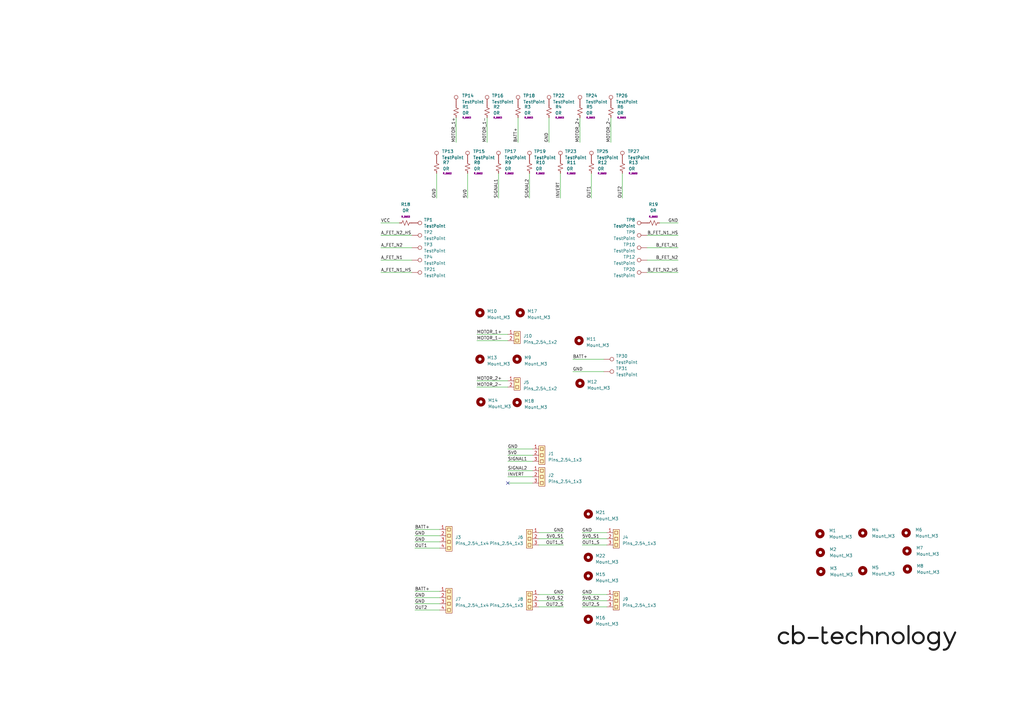
<source format=kicad_sch>
(kicad_sch (version 20230121) (generator eeschema)
  (paper "A3")
  (title_block (title "THE BRAWN - 20A POWER FIXTURE") (date "2023-05-29") (rev "v1.0") (company "CB-TECHNOLOGY"))
  (lib_symbols
    (symbol ".J_Connector:Pins_2.54_1x2" (pin_names hide)
      (property "Reference" "J" (at -1.27 6.35 0))
      (property "Value" "Pins_2.54_1x2" (at 0 -1.27 0))
      (symbol "Pins_2.54_1x2_0_1"
        (rectangle (start -1.27 5.08) (end 1.27 0) (stroke (width 0.1524)) (fill (type background)))
        (rectangle (start -0.635 1.905) (end 0.635 0.635) (stroke (width 0.1524)))
        (rectangle (start -0.635 4.445) (end 0.635 3.175) (stroke (width 0.1524)))
      )
      (symbol "Pins_2.54_1x2_1_1"
        (pin passive line (at -3.81 3.81 0) (length 2.54) (name "1") (number "1"))
        (pin passive line (at -3.81 1.27 0) (length 2.54) (name "2") (number "2"))
      )
    )
    (symbol ".J_Connector:Pins_2.54_1x3" (pin_names hide)
      (property "Reference" "J" (at -1.27 8.89 0))
      (property "Value" "Pins_2.54_1x3" (at 0 -1.27 0))
      (symbol "Pins_2.54_1x3_0_1"
        (rectangle (start -1.27 7.62) (end 1.27 0) (stroke (width 0.1524)) (fill (type background)))
        (rectangle (start -0.635 1.905) (end 0.635 0.635) (stroke (width 0.1524)))
        (rectangle (start -0.635 4.445) (end 0.635 3.175) (stroke (width 0.1524)))
        (rectangle (start -0.635 6.985) (end 0.635 5.715) (stroke (width 0.1524)))
      )
      (symbol "Pins_2.54_1x3_1_1"
        (pin passive line (at -3.81 6.35 0) (length 2.54) (name "1") (number "1"))
        (pin passive line (at -3.81 3.81 0) (length 2.54) (name "2") (number "2"))
        (pin passive line (at -3.81 1.27 0) (length 2.54) (name "3") (number "3"))
      )
    )
    (symbol ".J_Connector:Pins_2.54_1x4" (pin_names hide)
      (property "Reference" "J" (at -1.27 11.43 0))
      (property "Value" "Pins_2.54_1x4" (at 0 -1.27 0))
      (symbol "Pins_2.54_1x4_0_1"
        (rectangle (start -1.27 10.16) (end 1.27 0) (stroke (width 0.1524)) (fill (type background)))
        (rectangle (start -0.635 1.905) (end 0.635 0.635) (stroke (width 0.1524)))
        (rectangle (start -0.635 4.445) (end 0.635 3.175) (stroke (width 0.1524)))
        (rectangle (start -0.635 6.985) (end 0.635 5.715) (stroke (width 0.1524)))
        (rectangle (start -0.635 9.525) (end 0.635 8.255) (stroke (width 0.1524)))
      )
      (symbol "Pins_2.54_1x4_1_1"
        (pin passive line (at -3.81 8.89 0) (length 2.54) (name "1") (number "1"))
        (pin passive line (at -3.81 6.35 0) (length 2.54) (name "2") (number "2"))
        (pin passive line (at -3.81 3.81 0) (length 2.54) (name "3") (number "3"))
        (pin passive line (at -3.81 1.27 0) (length 2.54) (name "4") (number "4"))
      )
    )
    (symbol ".M_Mechanical:Mount_M3" (in_bom no)
      (property "Reference" "M" (at -1.27 3.81 0))
      (property "Value" "Mount_M3" (at 0 -3.81 0))
      (symbol "Mount_M3_0_1"
        (circle (center 0 0) (radius 1.27) (stroke (width 1.27)))
      )
    )
    (symbol ".R_Resistor:R_0603" (pin_numbers hide) (pin_names (offset 1.016))
      (property "Reference" "R" (at 2.54 1.905 0))
      (property "Value" "R_0603" (at 5.08 0 0))
      (property "Size" "R_0603" (at 3.81 -1.905 0))
      (symbol "R_0603_1_1"
        (polyline (pts (xy 0 0) (xy 1.016 -0.381) (xy 0 -0.762) (xy -1.016 -1.143) (xy 0 -1.524)))
        (polyline (pts (xy 0 1.524) (xy 1.016 1.143) (xy 0 0.762) (xy -1.016 0.381) (xy 0 0)))
        (pin passive line (at 0 2.54 270) (length 1.016) (name "~") (number "1"))
        (pin passive line (at 0 -2.54 90) (length 1.016) (name "~") (number "2"))
      )
    )
    (symbol "Connector:TestPoint" (pin_numbers hide) (pin_names (offset 0.762) hide)
      (property "Reference" "TP" (at 0 6.858 0))
      (property "Value" "TestPoint" (at 0 5.08 0))
      (symbol "TestPoint_0_1"
        (circle (center 0 3.302) (radius 0.762))
      )
      (symbol "TestPoint_1_1"
        (pin passive line (at 0 0 90) (length 2.54) (name "1") (number "1"))
      )
    )
  )
  (no_connect (at 208.28 198.12))
  (wire (pts (xy 180.34 245.11) (xy 170.18 245.11)))
  (wire (pts (xy 218.44 186.69) (xy 208.28 186.69)))
  (wire (pts (xy 204.47 71.12) (xy 204.47 81.28)))
  (wire (pts (xy 199.771 48.26) (xy 199.771 58.42)))
  (wire (pts (xy 218.44 198.12) (xy 208.28 198.12)))
  (wire (pts (xy 180.34 250.19) (xy 170.18 250.19)))
  (wire (pts (xy 208.28 158.75) (xy 195.58 158.75)))
  (wire (pts (xy 163.83 91.44) (xy 156.21 91.44)))
  (wire (pts (xy 270.51 91.44) (xy 278.13 91.44)))
  (wire (pts (xy 212.471 48.26) (xy 212.471 58.42)))
  (wire (pts (xy 218.44 195.58) (xy 208.28 195.58)))
  (wire (pts (xy 248.92 246.38) (xy 238.76 246.38)))
  (wire (pts (xy 250.571 48.26) (xy 250.571 58.42)))
  (wire (pts (xy 187.071 48.26) (xy 187.071 58.42)))
  (wire (pts (xy 265.43 106.68) (xy 278.13 106.68)))
  (wire (pts (xy 265.43 111.76) (xy 278.13 111.76)))
  (wire (pts (xy 208.28 137.16) (xy 195.58 137.16)))
  (wire (pts (xy 220.98 223.52) (xy 231.14 223.52)))
  (wire (pts (xy 218.44 193.04) (xy 208.28 193.04)))
  (wire (pts (xy 168.91 106.68) (xy 156.21 106.68)))
  (wire (pts (xy 168.91 111.76) (xy 156.21 111.76)))
  (wire (pts (xy 265.43 96.52) (xy 278.13 96.52)))
  (wire (pts (xy 180.34 224.79) (xy 170.18 224.79)))
  (wire (pts (xy 248.92 248.92) (xy 238.76 248.92)))
  (wire (pts (xy 218.44 184.15) (xy 208.28 184.15)))
  (wire (pts (xy 248.92 220.98) (xy 238.76 220.98)))
  (wire (pts (xy 229.87 71.12) (xy 229.87 81.28)))
  (wire (pts (xy 265.43 101.6) (xy 278.13 101.6)))
  (wire (pts (xy 220.98 218.44) (xy 231.14 218.44)))
  (wire (pts (xy 208.28 156.21) (xy 195.58 156.21)))
  (wire (pts (xy 218.44 189.23) (xy 208.28 189.23)))
  (wire (pts (xy 237.871 48.26) (xy 237.871 58.42)))
  (wire (pts (xy 247.65 152.4) (xy 234.95 152.4)))
  (wire (pts (xy 248.92 223.52) (xy 238.76 223.52)))
  (wire (pts (xy 220.98 246.38) (xy 231.14 246.38)))
  (wire (pts (xy 180.34 219.71) (xy 170.18 219.71)))
  (wire (pts (xy 248.92 243.84) (xy 238.76 243.84)))
  (wire (pts (xy 168.91 101.6) (xy 156.21 101.6)))
  (wire (pts (xy 180.34 222.25) (xy 170.18 222.25)))
  (wire (pts (xy 179.07 71.12) (xy 179.07 81.28)))
  (wire (pts (xy 180.34 247.65) (xy 170.18 247.65)))
  (wire (pts (xy 217.17 71.12) (xy 217.17 81.28)))
  (wire (pts (xy 180.34 217.17) (xy 170.18 217.17)))
  (wire (pts (xy 220.98 243.84) (xy 231.14 243.84)))
  (wire (pts (xy 208.28 139.7) (xy 195.58 139.7)))
  (wire (pts (xy 180.34 242.57) (xy 170.18 242.57)))
  (wire (pts (xy 242.57 71.12) (xy 242.57 81.28)))
  (wire (pts (xy 168.91 96.52) (xy 156.21 96.52)))
  (wire (pts (xy 220.98 220.98) (xy 231.14 220.98)))
  (wire (pts (xy 225.171 48.26) (xy 225.171 58.42)))
  (wire (pts (xy 248.92 218.44) (xy 238.76 218.44)))
  (wire (pts (xy 247.65 147.32) (xy 234.95 147.32)))
  (wire (pts (xy 255.27 71.12) (xy 255.27 81.28)))
  (wire (pts (xy 191.77 71.12) (xy 191.77 81.28)))
  (wire (pts (xy 220.98 248.92) (xy 231.14 248.92)))
  (image (at 355.6 261.62) (scale 0.288117))
  (label "MOTOR_1-" (at 199.771 58.42 90))
  (label "GND" (at 234.95 152.4 0))
  (label "GND" (at 238.76 218.44 0))
  (label "A_FET_N2_HS" (at 156.21 96.52 0))
  (label "5V0" (at 208.28 186.69 0))
  (label "MOTOR_2-" (at 250.571 58.42 90))
  (label "BATT+" (at 170.18 217.17 0))
  (label "SIGNAL2" (at 217.17 81.28 90))
  (label "MOTOR_1+" (at 187.071 58.42 90))
  (label "OUT1_S" (at 231.14 223.52 180))
  (label "GND" (at 231.14 218.44 180))
  (label "OUT2_S" (at 238.76 248.92 0))
  (label "5V0_S2" (at 231.14 246.38 180))
  (label "B_FET_N1_HS" (at 278.13 96.52 180))
  (label "GND" (at 208.28 184.15 0))
  (label "A_FET_N1_HS" (at 156.21 111.76 0))
  (label "MOTOR_2-" (at 195.58 158.75 0))
  (label "OUT2" (at 170.18 250.19 0))
  (label "5V0" (at 191.77 81.28 90))
  (label "GND" (at 170.18 222.25 0))
  (label "A_FET_N1" (at 156.21 106.68 0))
  (label "GND" (at 170.18 219.71 0))
  (label "VCC" (at 156.21 91.44 0))
  (label "OUT1_S" (at 238.76 223.52 0))
  (label "MOTOR_2+" (at 195.58 156.21 0))
  (label "B_FET_N2_HS" (at 278.13 111.76 180))
  (label "B_FET_N2" (at 278.13 106.68 180))
  (label "5V0_S2" (at 238.76 246.38 0))
  (label "INVERT" (at 208.28 195.58 0))
  (label "MOTOR_1+" (at 195.58 137.16 0))
  (label "MOTOR_2+" (at 237.871 58.42 90))
  (label "OUT2_S" (at 231.14 248.92 180))
  (label "MOTOR_1-" (at 195.58 139.7 0))
  (label "GND" (at 238.76 243.84 0))
  (label "BATT+" (at 212.471 58.42 90))
  (label "GND" (at 278.13 91.44 180))
  (label "GND" (at 225.171 58.42 90))
  (label "SIGNAL2" (at 208.28 193.04 0))
  (label "OUT1" (at 170.18 224.79 0))
  (label "GND" (at 170.18 245.11 0))
  (label "GND" (at 170.18 247.65 0))
  (label "5V0_S1" (at 238.76 220.98 0))
  (label "B_FET_N1" (at 278.13 101.6 180))
  (label "GND" (at 179.07 81.28 90))
  (label "SIGNAL1" (at 204.47 81.28 90))
  (label "INVERT" (at 229.87 81.28 90))
  (label "GND" (at 231.14 243.84 180))
  (label "SIGNAL1" (at 208.28 189.23 0))
  (label "5V0_S1" (at 231.14 220.98 180))
  (label "BATT+" (at 170.18 242.57 0))
  (label "A_FET_N2" (at 156.21 101.6 0))
  (label "OUT1" (at 242.57 81.28 90))
  (label "OUT2" (at 255.27 81.28 90))
  (label "BATT+" (at 234.95 147.32 0))
  (symbol (lib_id ".M_Mechanical:Mount_M3") (at 353.8474 234.061 0) (unit 1) (in_bom no)
    (property "Reference" "M5" (at 357.5812 232.7909 0) (effects (justify left)))
    (property "Value" "Mount_M3" (at 357.5812 235.3309 0) (effects (justify left)))
    (property "Footprint" ".M_Mechanical:Mount_M3" (effects hide))
  )
  (symbol (lib_id ".R_Resistor:R_0603") (at 237.871 45.72 0) (unit 1)
    (property "Reference" "R5" (at 240.411 43.815 0) (effects (justify left)))
    (property "Value" "0R" (at 240.411 46.355 0) (effects (justify left)))
    (property "Footprint" ".R_Resistor:R_0603" (effects hide))
    (property "Size" "R_0603" (at 240.411 48.26 0) (effects (font (size 0.635 0.635)) (justify left)))
  )
  (symbol (lib_id ".M_Mechanical:Mount_M3") (at 212.09 147.32 0) (unit 1) (in_bom no)
    (property "Reference" "M9" (at 215.011 146.685 0) (effects (justify left)))
    (property "Value" "Mount_M3" (at 215.011 149.225 0) (effects (justify left)))
    (property "Footprint" ".M_Mechanical:Mount_M3" (effects hide))
  )
  (symbol (lib_id "Connector:TestPoint") (at 255.27 66.04 0) (unit 1)
    (property "Reference" "TP27" (at 257.429 62.103 0) (effects (justify left)))
    (property "Value" "TestPoint" (at 257.429 64.643 0) (effects (justify left)))
    (property "Footprint" "TestPoint:TestPoint_THTPad_D3.0mm_Drill1.5mm" (effects hide))
  )
  (symbol (lib_id ".M_Mechanical:Mount_M3") (at 212.09 165.1 0) (unit 1) (in_bom no)
    (property "Reference" "M18" (at 215.011 164.465 0) (effects (justify left)))
    (property "Value" "Mount_M3" (at 215.011 167.005 0) (effects (justify left)))
    (property "Footprint" ".M_Mechanical:Mount_M3" (effects hide))
  )
  (symbol (lib_id ".M_Mechanical:Mount_M3") (at 372.0084 225.9838 0) (unit 1) (in_bom no)
    (property "Reference" "M7" (at 375.7422 224.7137 0) (effects (justify left)))
    (property "Value" "Mount_M3" (at 375.7422 227.2537 0) (effects (justify left)))
    (property "Footprint" ".M_Mechanical:Mount_M3" (effects hide))
  )
  (symbol (lib_id "Connector:TestPoint") (at 237.871 43.18 0) (unit 1)
    (property "Reference" "TP24" (at 240.1824 39.243 0) (effects (justify left)))
    (property "Value" "TestPoint" (at 240.1824 41.783 0) (effects (justify left)))
    (property "Footprint" "TestPoint:TestPoint_THTPad_D3.0mm_Drill1.5mm" (effects hide))
  )
  (symbol (lib_id ".J_Connector:Pins_2.54_1x3") (at 217.17 250.19 0) (mirror y) (unit 1)
    (property "Reference" "J8" (at 214.63 245.745 0) (effects (justify left)))
    (property "Value" "Pins_2.54_1x3" (at 214.63 248.285 0) (effects (justify left)))
    (property "Footprint" ".J_Connector:Pins-2.54-1x3" (effects hide))
  )
  (symbol (lib_id ".R_Resistor:R_0603") (at 242.57 68.58 0) (unit 1)
    (property "Reference" "R12" (at 245.11 66.675 0) (effects (justify left)))
    (property "Value" "0R" (at 245.11 69.215 0) (effects (justify left)))
    (property "Footprint" ".R_Resistor:R_0603" (effects hide))
    (property "Size" "R_0603" (at 245.11 71.12 0) (effects (font (size 0.635 0.635)) (justify left)))
  )
  (symbol (lib_id ".R_Resistor:R_0603") (at 204.47 68.58 0) (unit 1)
    (property "Reference" "R9" (at 207.01 66.675 0) (effects (justify left)))
    (property "Value" "0R" (at 207.01 69.215 0) (effects (justify left)))
    (property "Footprint" ".R_Resistor:R_0603" (effects hide))
    (property "Size" "R_0603" (at 207.01 71.12 0) (effects (font (size 0.635 0.635)) (justify left)))
  )
  (symbol (lib_id ".J_Connector:Pins_2.54_1x2") (at 212.09 160.02 0) (unit 1)
    (property "Reference" "J5" (at 214.63 156.845 0) (effects (justify left)))
    (property "Value" "Pins_2.54_1x2" (at 214.63 159.385 0) (effects (justify left)))
    (property "Footprint" ".J_Connector:Pins-2.54-1x2" (effects hide))
  )
  (symbol (lib_id "Connector:TestPoint") (at 168.91 96.52 270) (unit 1)
    (property "Reference" "TP2" (at 173.8122 95.2499 90) (effects (justify left)))
    (property "Value" "TestPoint" (at 173.8122 97.7899 90) (effects (justify left)))
    (property "Footprint" "TestPoint:TestPoint_THTPad_D3.0mm_Drill1.5mm" (effects hide))
  )
  (symbol (lib_id "Connector:TestPoint") (at 247.65 152.4 270) (unit 1)
    (property "Reference" "TP31" (at 252.5522 151.1299 90) (effects (justify left)))
    (property "Value" "TestPoint" (at 252.5522 153.6699 90) (effects (justify left)))
    (property "Footprint" "TestPoint:TestPoint_THTPad_D3.0mm_Drill1.5mm" (effects hide))
  )
  (symbol (lib_id "Connector:TestPoint") (at 187.071 43.18 0) (unit 1)
    (property "Reference" "TP14" (at 189.4586 39.243 0) (effects (justify left)))
    (property "Value" "TestPoint" (at 189.4586 41.783 0) (effects (justify left)))
    (property "Footprint" "TestPoint:TestPoint_THTPad_D3.0mm_Drill1.5mm" (effects hide))
  )
  (symbol (lib_id ".R_Resistor:R_0603") (at 225.171 45.72 0) (unit 1)
    (property "Reference" "R4" (at 227.711 43.815 0) (effects (justify left)))
    (property "Value" "0R" (at 227.711 46.355 0) (effects (justify left)))
    (property "Footprint" ".R_Resistor:R_0603" (effects hide))
    (property "Size" "R_0603" (at 227.711 48.26 0) (effects (font (size 0.635 0.635)) (justify left)))
  )
  (symbol (lib_id "Connector:TestPoint") (at 179.07 66.04 0) (unit 1)
    (property "Reference" "TP13" (at 181.2036 62.103 0) (effects (justify left)))
    (property "Value" "TestPoint" (at 181.2036 64.643 0) (effects (justify left)))
    (property "Footprint" "TestPoint:TestPoint_THTPad_D3.0mm_Drill1.5mm" (effects hide))
  )
  (symbol (lib_id "Connector:TestPoint") (at 199.771 43.18 0) (unit 1)
    (property "Reference" "TP16" (at 201.676 39.243 0) (effects (justify left)))
    (property "Value" "TestPoint" (at 201.676 41.783 0) (effects (justify left)))
    (property "Footprint" "TestPoint:TestPoint_THTPad_D3.0mm_Drill1.5mm" (effects hide))
  )
  (symbol (lib_id "Connector:TestPoint") (at 265.43 111.76 90) (mirror x) (unit 1)
    (property "Reference" "TP20" (at 260.5278 110.4899 90) (effects (justify left)))
    (property "Value" "TestPoint" (at 260.5278 113.0299 90) (effects (justify left)))
    (property "Footprint" "TestPoint:TestPoint_THTPad_D3.0mm_Drill1.5mm" (effects hide))
  )
  (symbol (lib_id ".J_Connector:Pins_2.54_1x3") (at 252.73 250.19 0) (unit 1)
    (property "Reference" "J9" (at 255.27 245.745 0) (effects (justify left)))
    (property "Value" "Pins_2.54_1x3" (at 255.27 248.285 0) (effects (justify left)))
    (property "Footprint" ".J_Connector:Pins-2.54-1x3" (effects hide))
  )
  (symbol (lib_id ".M_Mechanical:Mount_M3") (at 241.3 228.6 0) (unit 1) (in_bom no)
    (property "Reference" "M22" (at 244.221 227.965 0) (effects (justify left)))
    (property "Value" "Mount_M3" (at 244.221 230.505 0) (effects (justify left)))
    (property "Footprint" ".M_Mechanical:Mount_M3" (effects hide))
  )
  (symbol (lib_id ".M_Mechanical:Mount_M3") (at 213.36 128.27 0) (unit 1) (in_bom no)
    (property "Reference" "M17" (at 216.281 127.635 0) (effects (justify left)))
    (property "Value" "Mount_M3" (at 216.281 130.175 0) (effects (justify left)))
    (property "Footprint" ".M_Mechanical:Mount_M3" (effects hide))
  )
  (symbol (lib_id "Connector:TestPoint") (at 212.471 43.18 0) (unit 1)
    (property "Reference" "TP18" (at 214.5792 39.243 0) (effects (justify left)))
    (property "Value" "TestPoint" (at 214.5792 41.783 0) (effects (justify left)))
    (property "Footprint" "TestPoint:TestPoint_THTPad_D3.0mm_Drill1.5mm" (effects hide))
  )
  (symbol (lib_id "Connector:TestPoint") (at 204.47 66.04 0) (unit 1)
    (property "Reference" "TP17" (at 206.883 62.103 0) (effects (justify left)))
    (property "Value" "TestPoint" (at 206.883 64.643 0) (effects (justify left)))
    (property "Footprint" "TestPoint:TestPoint_THTPad_D3.0mm_Drill1.5mm" (effects hide))
  )
  (symbol (lib_id "Connector:TestPoint") (at 229.87 66.04 0) (unit 1)
    (property "Reference" "TP23" (at 231.6226 62.103 0) (effects (justify left)))
    (property "Value" "TestPoint" (at 231.6226 64.643 0) (effects (justify left)))
    (property "Footprint" "TestPoint:TestPoint_THTPad_D3.0mm_Drill1.5mm" (effects hide))
  )
  (symbol (lib_id ".R_Resistor:R_0603") (at 250.571 45.72 0) (unit 1)
    (property "Reference" "R6" (at 253.111 43.815 0) (effects (justify left)))
    (property "Value" "0R" (at 253.111 46.355 0) (effects (justify left)))
    (property "Footprint" ".R_Resistor:R_0603" (effects hide))
    (property "Size" "R_0603" (at 253.111 48.26 0) (effects (font (size 0.635 0.635)) (justify left)))
  )
  (symbol (lib_id "Connector:TestPoint") (at 265.43 96.52 90) (mirror x) (unit 1)
    (property "Reference" "TP9" (at 260.5278 95.2499 90) (effects (justify left)))
    (property "Value" "TestPoint" (at 260.5278 97.7899 90) (effects (justify left)))
    (property "Footprint" "TestPoint:TestPoint_THTPad_D3.0mm_Drill1.5mm" (effects hide))
  )
  (symbol (lib_id "Connector:TestPoint") (at 168.91 91.44 270) (unit 1)
    (property "Reference" "TP1" (at 173.8122 90.1699 90) (effects (justify left)))
    (property "Value" "TestPoint" (at 173.8122 92.7099 90) (effects (justify left)))
    (property "Footprint" "TestPoint:TestPoint_THTPad_D3.0mm_Drill1.5mm" (effects hide))
  )
  (symbol (lib_id ".R_Resistor:R_0603") (at 191.77 68.58 0) (unit 1)
    (property "Reference" "R8" (at 194.31 66.675 0) (effects (justify left)))
    (property "Value" "0R" (at 194.31 69.215 0) (effects (justify left)))
    (property "Footprint" ".R_Resistor:R_0603" (effects hide))
    (property "Size" "R_0603" (at 194.31 71.12 0) (effects (font (size 0.635 0.635)) (justify left)))
  )
  (symbol (lib_id ".R_Resistor:R_0603") (at 217.17 68.58 0) (unit 1)
    (property "Reference" "R10" (at 219.71 66.675 0) (effects (justify left)))
    (property "Value" "0R" (at 219.71 69.215 0) (effects (justify left)))
    (property "Footprint" ".R_Resistor:R_0603" (effects hide))
    (property "Size" "R_0603" (at 219.71 71.12 0) (effects (font (size 0.635 0.635)) (justify left)))
  )
  (symbol (lib_id ".M_Mechanical:Mount_M3") (at 241.3 254 0) (unit 1) (in_bom no)
    (property "Reference" "M16" (at 244.221 253.365 0) (effects (justify left)))
    (property "Value" "Mount_M3" (at 244.221 255.905 0) (effects (justify left)))
    (property "Footprint" ".M_Mechanical:Mount_M3" (effects hide))
  )
  (symbol (lib_id ".R_Resistor:R_0603") (at 267.97 91.44 90) (unit 1)
    (property "Reference" "R19" (at 267.97 83.82 90))
    (property "Value" "0R" (at 267.97 86.36 90))
    (property "Footprint" ".R_Resistor:R_0603" (effects hide))
    (property "Size" "R_0603" (at 267.97 88.9 90) (effects (font (size 0.635 0.635))))
  )
  (symbol (lib_id ".R_Resistor:R_0603") (at 166.37 91.44 90) (unit 1)
    (property "Reference" "R18" (at 166.37 83.82 90))
    (property "Value" "0R" (at 166.37 86.36 90))
    (property "Footprint" ".R_Resistor:R_0603" (effects hide))
    (property "Size" "R_0603" (at 166.37 88.9 90) (effects (font (size 0.635 0.635))))
  )
  (symbol (lib_id ".M_Mechanical:Mount_M3") (at 197.231 164.846 0) (unit 1) (in_bom no)
    (property "Reference" "M14" (at 200.152 164.211 0) (effects (justify left)))
    (property "Value" "Mount_M3" (at 200.152 166.751 0) (effects (justify left)))
    (property "Footprint" ".M_Mechanical:Mount_M3" (effects hide))
  )
  (symbol (lib_id ".M_Mechanical:Mount_M3") (at 336.296 218.8972 0) (unit 1) (in_bom no)
    (property "Reference" "M1" (at 340.0298 217.6271 0) (effects (justify left)))
    (property "Value" "Mount_M3" (at 340.0298 220.1671 0) (effects (justify left)))
    (property "Footprint" ".M_Mechanical:Mount_M3" (effects hide))
  )
  (symbol (lib_id ".R_Resistor:R_0603") (at 199.771 45.72 0) (unit 1)
    (property "Reference" "R2" (at 202.311 43.815 0) (effects (justify left)))
    (property "Value" "0R" (at 202.311 46.355 0) (effects (justify left)))
    (property "Footprint" ".R_Resistor:R_0603" (effects hide))
    (property "Size" "R_0603" (at 202.311 48.26 0) (effects (font (size 0.635 0.635)) (justify left)))
  )
  (symbol (lib_id "Connector:TestPoint") (at 225.171 43.18 0) (unit 1)
    (property "Reference" "TP22" (at 226.7204 39.243 0) (effects (justify left)))
    (property "Value" "TestPoint" (at 226.7204 41.783 0) (effects (justify left)))
    (property "Footprint" "TestPoint:TestPoint_THTPad_D3.0mm_Drill1.5mm" (effects hide))
  )
  (symbol (lib_id ".R_Resistor:R_0603") (at 179.07 68.58 0) (unit 1)
    (property "Reference" "R7" (at 181.61 66.675 0) (effects (justify left)))
    (property "Value" "0R" (at 181.61 69.215 0) (effects (justify left)))
    (property "Footprint" ".R_Resistor:R_0603" (effects hide))
    (property "Size" "R_0603" (at 181.61 71.12 0) (effects (font (size 0.635 0.635)) (justify left)))
  )
  (symbol (lib_id ".M_Mechanical:Mount_M3") (at 241.3 236.22 0) (unit 1) (in_bom no)
    (property "Reference" "M15" (at 244.221 235.585 0) (effects (justify left)))
    (property "Value" "Mount_M3" (at 244.221 238.125 0) (effects (justify left)))
    (property "Footprint" ".M_Mechanical:Mount_M3" (effects hide))
  )
  (symbol (lib_id ".M_Mechanical:Mount_M3") (at 237.871 157.226 0) (unit 1) (in_bom no)
    (property "Reference" "M12" (at 240.792 156.591 0) (effects (justify left)))
    (property "Value" "Mount_M3" (at 240.792 159.131 0) (effects (justify left)))
    (property "Footprint" ".M_Mechanical:Mount_M3" (effects hide))
  )
  (symbol (lib_id "Connector:TestPoint") (at 247.65 147.32 270) (unit 1)
    (property "Reference" "TP30" (at 252.5522 146.0499 90) (effects (justify left)))
    (property "Value" "TestPoint" (at 252.5522 148.5899 90) (effects (justify left)))
    (property "Footprint" "TestPoint:TestPoint_THTPad_D3.0mm_Drill1.5mm" (effects hide))
  )
  (symbol (lib_id "Connector:TestPoint") (at 265.43 91.44 90) (mirror x) (unit 1)
    (property "Reference" "TP8" (at 260.5278 90.1699 90) (effects (justify left)))
    (property "Value" "TestPoint" (at 260.5278 92.7099 90) (effects (justify left)))
    (property "Footprint" "TestPoint:TestPoint_THTPad_D3.0mm_Drill1.5mm" (effects hide))
  )
  (symbol (lib_id "Connector:TestPoint") (at 242.57 66.04 0) (unit 1)
    (property "Reference" "TP25" (at 244.6782 62.103 0) (effects (justify left)))
    (property "Value" "TestPoint" (at 244.6782 64.643 0) (effects (justify left)))
    (property "Footprint" "TestPoint:TestPoint_THTPad_D3.0mm_Drill1.5mm" (effects hide))
  )
  (symbol (lib_id ".M_Mechanical:Mount_M3") (at 372.1862 233.4006 0) (unit 1) (in_bom no)
    (property "Reference" "M8" (at 375.92 232.1305 0) (effects (justify left)))
    (property "Value" "Mount_M3" (at 375.92 234.6705 0) (effects (justify left)))
    (property "Footprint" ".M_Mechanical:Mount_M3" (effects hide))
  )
  (symbol (lib_id ".M_Mechanical:Mount_M3") (at 336.4738 226.5934 0) (unit 1) (in_bom no)
    (property "Reference" "M2" (at 340.2076 225.3233 0) (effects (justify left)))
    (property "Value" "Mount_M3" (at 340.2076 227.8633 0) (effects (justify left)))
    (property "Footprint" ".M_Mechanical:Mount_M3" (effects hide))
  )
  (symbol (lib_id ".M_Mechanical:Mount_M3") (at 196.85 147.32 0) (unit 1) (in_bom no)
    (property "Reference" "M13" (at 199.771 146.685 0) (effects (justify left)))
    (property "Value" "Mount_M3" (at 199.771 149.225 0) (effects (justify left)))
    (property "Footprint" ".M_Mechanical:Mount_M3" (effects hide))
  )
  (symbol (lib_id "Connector:TestPoint") (at 250.571 43.18 0) (unit 1)
    (property "Reference" "TP26" (at 252.603 39.243 0) (effects (justify left)))
    (property "Value" "TestPoint" (at 252.603 41.783 0) (effects (justify left)))
    (property "Footprint" "TestPoint:TestPoint_THTPad_D3.0mm_Drill1.5mm" (effects hide))
  )
  (symbol (lib_id "Connector:TestPoint") (at 191.77 66.04 0) (unit 1)
    (property "Reference" "TP15" (at 194.0052 62.103 0) (effects (justify left)))
    (property "Value" "TestPoint" (at 194.0052 64.643 0) (effects (justify left)))
    (property "Footprint" "TestPoint:TestPoint_THTPad_D3.0mm_Drill1.5mm" (effects hide))
  )
  (symbol (lib_id ".R_Resistor:R_0603") (at 212.471 45.72 0) (unit 1)
    (property "Reference" "R3" (at 215.011 43.815 0) (effects (justify left)))
    (property "Value" "0R" (at 215.011 46.355 0) (effects (justify left)))
    (property "Footprint" ".R_Resistor:R_0603" (effects hide))
    (property "Size" "R_0603" (at 215.011 48.26 0) (effects (font (size 0.635 0.635)) (justify left)))
  )
  (symbol (lib_id ".R_Resistor:R_0603") (at 229.87 68.58 0) (unit 1)
    (property "Reference" "R11" (at 232.41 66.675 0) (effects (justify left)))
    (property "Value" "0R" (at 232.41 69.215 0) (effects (justify left)))
    (property "Footprint" ".R_Resistor:R_0603" (effects hide))
    (property "Size" "R_0603" (at 232.41 71.12 0) (effects (font (size 0.635 0.635)) (justify left)))
  )
  (symbol (lib_id "Connector:TestPoint") (at 217.17 66.04 0) (unit 1)
    (property "Reference" "TP19" (at 218.9988 62.103 0) (effects (justify left)))
    (property "Value" "TestPoint" (at 218.9988 64.643 0) (effects (justify left)))
    (property "Footprint" "TestPoint:TestPoint_THTPad_D3.0mm_Drill1.5mm" (effects hide))
  )
  (symbol (lib_id ".M_Mechanical:Mount_M3") (at 241.3 210.82 0) (unit 1) (in_bom no)
    (property "Reference" "M21" (at 244.221 210.185 0) (effects (justify left)))
    (property "Value" "Mount_M3" (at 244.221 212.725 0) (effects (justify left)))
    (property "Footprint" ".M_Mechanical:Mount_M3" (effects hide))
  )
  (symbol (lib_id ".J_Connector:Pins_2.54_1x3") (at 217.17 224.79 0) (mirror y) (unit 1)
    (property "Reference" "J6" (at 214.63 220.345 0) (effects (justify left)))
    (property "Value" "Pins_2.54_1x3" (at 214.63 222.885 0) (effects (justify left)))
    (property "Footprint" ".J_Connector:Pins-2.54-1x3" (effects hide))
  )
  (symbol (lib_id ".J_Connector:Pins_2.54_1x4") (at 184.15 251.46 0) (unit 1)
    (property "Reference" "J7" (at 186.69 245.745 0) (effects (justify left)))
    (property "Value" "Pins_2.54_1x4" (at 186.69 248.285 0) (effects (justify left)))
    (property "Footprint" ".J_Connector:Pins-2.54-1x4" (effects hide))
  )
  (symbol (lib_id ".J_Connector:Pins_2.54_1x3") (at 222.25 199.39 0) (unit 1)
    (property "Reference" "J2" (at 224.79 194.945 0) (effects (justify left)))
    (property "Value" "Pins_2.54_1x3" (at 224.79 197.485 0) (effects (justify left)))
    (property "Footprint" ".J_Connector:Pins-2.54-1x3" (effects hide))
  )
  (symbol (lib_id ".M_Mechanical:Mount_M3") (at 353.8474 218.6178 0) (unit 1) (in_bom no)
    (property "Reference" "M4" (at 357.5812 217.3477 0) (effects (justify left)))
    (property "Value" "Mount_M3" (at 357.5812 219.8877 0) (effects (justify left)))
    (property "Footprint" ".M_Mechanical:Mount_M3" (effects hide))
  )
  (symbol (lib_id ".J_Connector:Pins_2.54_1x4") (at 184.15 226.06 0) (unit 1)
    (property "Reference" "J3" (at 186.69 220.345 0) (effects (justify left)))
    (property "Value" "Pins_2.54_1x4" (at 186.69 222.885 0) (effects (justify left)))
    (property "Footprint" ".J_Connector:Pins-2.54-1x4" (effects hide))
  )
  (symbol (lib_id "Connector:TestPoint") (at 168.91 101.6 270) (unit 1)
    (property "Reference" "TP3" (at 173.8122 100.3299 90) (effects (justify left)))
    (property "Value" "TestPoint" (at 173.8122 102.8699 90) (effects (justify left)))
    (property "Footprint" "TestPoint:TestPoint_THTPad_D3.0mm_Drill1.5mm" (effects hide))
  )
  (symbol (lib_id ".M_Mechanical:Mount_M3") (at 371.6528 218.5416 0) (unit 1) (in_bom no)
    (property "Reference" "M6" (at 375.3866 217.2715 0) (effects (justify left)))
    (property "Value" "Mount_M3" (at 375.3866 219.8115 0) (effects (justify left)))
    (property "Footprint" ".M_Mechanical:Mount_M3" (effects hide))
  )
  (symbol (lib_id ".R_Resistor:R_0603") (at 187.071 45.72 0) (unit 1)
    (property "Reference" "R1" (at 189.611 43.815 0) (effects (justify left)))
    (property "Value" "0R" (at 189.611 46.355 0) (effects (justify left)))
    (property "Footprint" ".R_Resistor:R_0603" (effects hide))
    (property "Size" "R_0603" (at 189.611 48.26 0) (effects (font (size 0.635 0.635)) (justify left)))
  )
  (symbol (lib_id ".J_Connector:Pins_2.54_1x2") (at 212.09 140.97 0) (unit 1)
    (property "Reference" "J10" (at 214.63 137.795 0) (effects (justify left)))
    (property "Value" "Pins_2.54_1x2" (at 214.63 140.335 0) (effects (justify left)))
    (property "Footprint" ".J_Connector:Pins-2.54-1x2" (effects hide))
  )
  (symbol (lib_id ".M_Mechanical:Mount_M3") (at 196.85 128.27 0) (unit 1) (in_bom no)
    (property "Reference" "M10" (at 199.771 127.635 0) (effects (justify left)))
    (property "Value" "Mount_M3" (at 199.771 130.175 0) (effects (justify left)))
    (property "Footprint" ".M_Mechanical:Mount_M3" (effects hide))
  )
  (symbol (lib_id "Connector:TestPoint") (at 265.43 101.6 90) (mirror x) (unit 1)
    (property "Reference" "TP10" (at 260.5278 100.3299 90) (effects (justify left)))
    (property "Value" "TestPoint" (at 260.5278 102.8699 90) (effects (justify left)))
    (property "Footprint" "TestPoint:TestPoint_THTPad_D3.0mm_Drill1.5mm" (effects hide))
  )
  (symbol (lib_id ".R_Resistor:R_0603") (at 255.27 68.58 0) (unit 1)
    (property "Reference" "R13" (at 257.81 66.675 0) (effects (justify left)))
    (property "Value" "0R" (at 257.81 69.215 0) (effects (justify left)))
    (property "Footprint" ".R_Resistor:R_0603" (effects hide))
    (property "Size" "R_0603" (at 257.81 71.12 0) (effects (font (size 0.635 0.635)) (justify left)))
  )
  (symbol (lib_id ".J_Connector:Pins_2.54_1x3") (at 252.73 224.79 0) (unit 1)
    (property "Reference" "J4" (at 255.27 220.345 0) (effects (justify left)))
    (property "Value" "Pins_2.54_1x3" (at 255.27 222.885 0) (effects (justify left)))
    (property "Footprint" ".J_Connector:Pins-2.54-1x3" (effects hide))
  )
  (symbol (lib_id "Connector:TestPoint") (at 265.43 106.68 90) (mirror x) (unit 1)
    (property "Reference" "TP12" (at 260.5278 105.4099 90) (effects (justify left)))
    (property "Value" "TestPoint" (at 260.5278 107.9499 90) (effects (justify left)))
    (property "Footprint" "TestPoint:TestPoint_THTPad_D3.0mm_Drill1.5mm" (effects hide))
  )
  (symbol (lib_id "Connector:TestPoint") (at 168.91 111.76 270) (unit 1)
    (property "Reference" "TP21" (at 173.8122 110.4899 90) (effects (justify left)))
    (property "Value" "TestPoint" (at 173.8122 113.0299 90) (effects (justify left)))
    (property "Footprint" "TestPoint:TestPoint_THTPad_D3.0mm_Drill1.5mm" (effects hide))
  )
  (symbol (lib_id "Connector:TestPoint") (at 168.91 106.68 270) (unit 1)
    (property "Reference" "TP4" (at 173.8122 105.4099 90) (effects (justify left)))
    (property "Value" "TestPoint" (at 173.8122 107.9499 90) (effects (justify left)))
    (property "Footprint" "TestPoint:TestPoint_THTPad_D3.0mm_Drill1.5mm" (effects hide))
  )
  (symbol (lib_id ".M_Mechanical:Mount_M3") (at 336.6516 234.4166 0) (unit 1) (in_bom no)
    (property "Reference" "M3" (at 340.3854 233.1465 0) (effects (justify left)))
    (property "Value" "Mount_M3" (at 340.3854 235.6865 0) (effects (justify left)))
    (property "Footprint" ".M_Mechanical:Mount_M3" (effects hide))
  )
  (symbol (lib_id ".J_Connector:Pins_2.54_1x3") (at 222.25 190.5 0) (unit 1)
    (property "Reference" "J1" (at 224.79 186.055 0) (effects (justify left)))
    (property "Value" "Pins_2.54_1x3" (at 224.79 188.595 0) (effects (justify left)))
    (property "Footprint" ".J_Connector:Pins-2.54-1x3" (effects hide))
  )
  (symbol (lib_id ".M_Mechanical:Mount_M3") (at 237.49 139.7 0) (unit 1) (in_bom no)
    (property "Reference" "M11" (at 240.411 139.065 0) (effects (justify left)))
    (property "Value" "Mount_M3" (at 240.411 141.605 0) (effects (justify left)))
    (property "Footprint" ".M_Mechanical:Mount_M3" (effects hide))
  )
)
</source>
